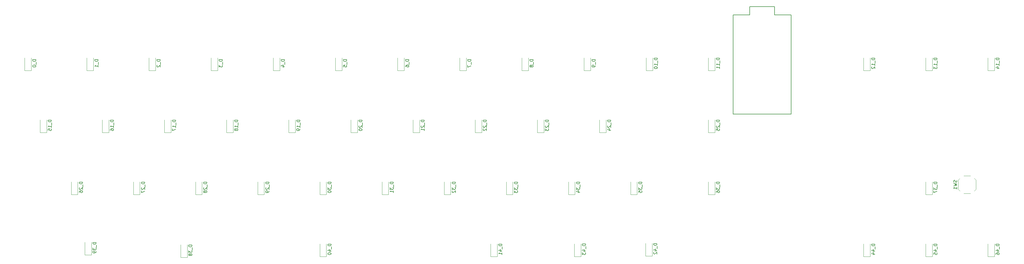
<source format=gbr>
G04 #@! TF.GenerationSoftware,KiCad,Pcbnew,(5.1.10)-1*
G04 #@! TF.CreationDate,2021-07-17T14:00:26+02:00*
G04 #@! TF.ProjectId,WheelBarrow Pro Micro,57686565-6c42-4617-9272-6f772050726f,rev?*
G04 #@! TF.SameCoordinates,Original*
G04 #@! TF.FileFunction,Legend,Bot*
G04 #@! TF.FilePolarity,Positive*
%FSLAX46Y46*%
G04 Gerber Fmt 4.6, Leading zero omitted, Abs format (unit mm)*
G04 Created by KiCad (PCBNEW (5.1.10)-1) date 2021-07-17 14:00:26*
%MOMM*%
%LPD*%
G01*
G04 APERTURE LIST*
%ADD10C,0.150000*%
%ADD11C,0.120000*%
G04 APERTURE END LIST*
D10*
X366318800Y-172466000D02*
X348538800Y-172466000D01*
X348538800Y-172466000D02*
X348538800Y-141986000D01*
X348538800Y-141986000D02*
X353618800Y-141986000D01*
X353618800Y-141986000D02*
X353618800Y-139446000D01*
X353618800Y-139446000D02*
X361238800Y-139446000D01*
X361238800Y-139446000D02*
X361238800Y-141986000D01*
X361238800Y-141986000D02*
X366318800Y-141986000D01*
X366318800Y-141986000D02*
X366318800Y-172466000D01*
D11*
X422963000Y-195633000D02*
X422473000Y-196123000D01*
X422963000Y-192733000D02*
X422963000Y-195633000D01*
X422963000Y-192733000D02*
X422473000Y-192243000D01*
X417523000Y-192733000D02*
X417523000Y-195633000D01*
X417523000Y-192733000D02*
X418013000Y-192243000D01*
X421283000Y-196903000D02*
X419203000Y-196903000D01*
X417523000Y-195633000D02*
X418013000Y-196123000D01*
X421283000Y-191463000D02*
X419203000Y-191463000D01*
X133350000Y-159118750D02*
X131350000Y-159118750D01*
X131350000Y-159118750D02*
X131350000Y-155218750D01*
X133350000Y-159118750D02*
X133350000Y-155218750D01*
X152400000Y-159118750D02*
X150400000Y-159118750D01*
X150400000Y-159118750D02*
X150400000Y-155218750D01*
X152400000Y-159118750D02*
X152400000Y-155218750D01*
X171450000Y-159118750D02*
X169450000Y-159118750D01*
X169450000Y-159118750D02*
X169450000Y-155218750D01*
X171450000Y-159118750D02*
X171450000Y-155218750D01*
X190500000Y-159118750D02*
X188500000Y-159118750D01*
X188500000Y-159118750D02*
X188500000Y-155218750D01*
X190500000Y-159118750D02*
X190500000Y-155218750D01*
X209550000Y-159118750D02*
X207550000Y-159118750D01*
X207550000Y-159118750D02*
X207550000Y-155218750D01*
X209550000Y-159118750D02*
X209550000Y-155218750D01*
X228600000Y-159118750D02*
X226600000Y-159118750D01*
X226600000Y-159118750D02*
X226600000Y-155218750D01*
X228600000Y-159118750D02*
X228600000Y-155218750D01*
X247650000Y-159118750D02*
X245650000Y-159118750D01*
X245650000Y-159118750D02*
X245650000Y-155218750D01*
X247650000Y-159118750D02*
X247650000Y-155218750D01*
X266700000Y-159118750D02*
X264700000Y-159118750D01*
X264700000Y-159118750D02*
X264700000Y-155218750D01*
X266700000Y-159118750D02*
X266700000Y-155218750D01*
X285750000Y-159118750D02*
X283750000Y-159118750D01*
X283750000Y-159118750D02*
X283750000Y-155218750D01*
X285750000Y-159118750D02*
X285750000Y-155218750D01*
X304800000Y-159118750D02*
X302800000Y-159118750D01*
X302800000Y-159118750D02*
X302800000Y-155218750D01*
X304800000Y-159118750D02*
X304800000Y-155218750D01*
X323850000Y-159118750D02*
X321850000Y-159118750D01*
X321850000Y-159118750D02*
X321850000Y-155218750D01*
X323850000Y-159118750D02*
X323850000Y-155218750D01*
X342900000Y-159118750D02*
X340900000Y-159118750D01*
X340900000Y-159118750D02*
X340900000Y-155218750D01*
X342900000Y-159118750D02*
X342900000Y-155218750D01*
X390525000Y-159118750D02*
X388525000Y-159118750D01*
X388525000Y-159118750D02*
X388525000Y-155218750D01*
X390525000Y-159118750D02*
X390525000Y-155218750D01*
X409575000Y-159118750D02*
X407575000Y-159118750D01*
X407575000Y-159118750D02*
X407575000Y-155218750D01*
X409575000Y-159118750D02*
X409575000Y-155218750D01*
X428625000Y-159118750D02*
X426625000Y-159118750D01*
X426625000Y-159118750D02*
X426625000Y-155218750D01*
X428625000Y-159118750D02*
X428625000Y-155218750D01*
X138112500Y-178168750D02*
X136112500Y-178168750D01*
X136112500Y-178168750D02*
X136112500Y-174268750D01*
X138112500Y-178168750D02*
X138112500Y-174268750D01*
X157162500Y-178168750D02*
X155162500Y-178168750D01*
X155162500Y-178168750D02*
X155162500Y-174268750D01*
X157162500Y-178168750D02*
X157162500Y-174268750D01*
X176212500Y-178168750D02*
X174212500Y-178168750D01*
X174212500Y-178168750D02*
X174212500Y-174268750D01*
X176212500Y-178168750D02*
X176212500Y-174268750D01*
X195262500Y-178168750D02*
X193262500Y-178168750D01*
X193262500Y-178168750D02*
X193262500Y-174268750D01*
X195262500Y-178168750D02*
X195262500Y-174268750D01*
X214312500Y-178168750D02*
X212312500Y-178168750D01*
X212312500Y-178168750D02*
X212312500Y-174268750D01*
X214312500Y-178168750D02*
X214312500Y-174268750D01*
X233362500Y-178168750D02*
X231362500Y-178168750D01*
X231362500Y-178168750D02*
X231362500Y-174268750D01*
X233362500Y-178168750D02*
X233362500Y-174268750D01*
X252412500Y-178168750D02*
X250412500Y-178168750D01*
X250412500Y-178168750D02*
X250412500Y-174268750D01*
X252412500Y-178168750D02*
X252412500Y-174268750D01*
X271462500Y-178168750D02*
X269462500Y-178168750D01*
X269462500Y-178168750D02*
X269462500Y-174268750D01*
X271462500Y-178168750D02*
X271462500Y-174268750D01*
X290512500Y-178168750D02*
X288512500Y-178168750D01*
X288512500Y-178168750D02*
X288512500Y-174268750D01*
X290512500Y-178168750D02*
X290512500Y-174268750D01*
X309562500Y-178168750D02*
X307562500Y-178168750D01*
X307562500Y-178168750D02*
X307562500Y-174268750D01*
X309562500Y-178168750D02*
X309562500Y-174268750D01*
X342900000Y-178168750D02*
X340900000Y-178168750D01*
X340900000Y-178168750D02*
X340900000Y-174268750D01*
X342900000Y-178168750D02*
X342900000Y-174268750D01*
X147637500Y-197218750D02*
X145637500Y-197218750D01*
X145637500Y-197218750D02*
X145637500Y-193318750D01*
X147637500Y-197218750D02*
X147637500Y-193318750D01*
X166687500Y-197218750D02*
X164687500Y-197218750D01*
X164687500Y-197218750D02*
X164687500Y-193318750D01*
X166687500Y-197218750D02*
X166687500Y-193318750D01*
X185737500Y-197218750D02*
X183737500Y-197218750D01*
X183737500Y-197218750D02*
X183737500Y-193318750D01*
X185737500Y-197218750D02*
X185737500Y-193318750D01*
X204787500Y-197218750D02*
X202787500Y-197218750D01*
X202787500Y-197218750D02*
X202787500Y-193318750D01*
X204787500Y-197218750D02*
X204787500Y-193318750D01*
X223837500Y-197218750D02*
X221837500Y-197218750D01*
X221837500Y-197218750D02*
X221837500Y-193318750D01*
X223837500Y-197218750D02*
X223837500Y-193318750D01*
X242887500Y-197218750D02*
X240887500Y-197218750D01*
X240887500Y-197218750D02*
X240887500Y-193318750D01*
X242887500Y-197218750D02*
X242887500Y-193318750D01*
X261937500Y-197218750D02*
X259937500Y-197218750D01*
X259937500Y-197218750D02*
X259937500Y-193318750D01*
X261937500Y-197218750D02*
X261937500Y-193318750D01*
X280987500Y-197218750D02*
X278987500Y-197218750D01*
X278987500Y-197218750D02*
X278987500Y-193318750D01*
X280987500Y-197218750D02*
X280987500Y-193318750D01*
X300037500Y-197218750D02*
X298037500Y-197218750D01*
X298037500Y-197218750D02*
X298037500Y-193318750D01*
X300037500Y-197218750D02*
X300037500Y-193318750D01*
X319087500Y-197218750D02*
X317087500Y-197218750D01*
X317087500Y-197218750D02*
X317087500Y-193318750D01*
X319087500Y-197218750D02*
X319087500Y-193318750D01*
X342900000Y-197218750D02*
X340900000Y-197218750D01*
X340900000Y-197218750D02*
X340900000Y-193318750D01*
X342900000Y-197218750D02*
X342900000Y-193318750D01*
X409575000Y-197218750D02*
X407575000Y-197218750D01*
X407575000Y-197218750D02*
X407575000Y-193318750D01*
X409575000Y-197218750D02*
X409575000Y-193318750D01*
X181181250Y-216562500D02*
X179181250Y-216562500D01*
X179181250Y-216562500D02*
X179181250Y-212662500D01*
X181181250Y-216562500D02*
X181181250Y-212662500D01*
X151812500Y-215768750D02*
X149812500Y-215768750D01*
X149812500Y-215768750D02*
X149812500Y-211868750D01*
X151812500Y-215768750D02*
X151812500Y-211868750D01*
X223837500Y-216268750D02*
X221837500Y-216268750D01*
X221837500Y-216268750D02*
X221837500Y-212368750D01*
X223837500Y-216268750D02*
X223837500Y-212368750D01*
X276225000Y-216268750D02*
X274225000Y-216268750D01*
X274225000Y-216268750D02*
X274225000Y-212368750D01*
X276225000Y-216268750D02*
X276225000Y-212368750D01*
X323707000Y-216118000D02*
X321707000Y-216118000D01*
X321707000Y-216118000D02*
X321707000Y-212218000D01*
X323707000Y-216118000D02*
X323707000Y-212218000D01*
X301831250Y-216245000D02*
X299831250Y-216245000D01*
X299831250Y-216245000D02*
X299831250Y-212345000D01*
X301831250Y-216245000D02*
X301831250Y-212345000D01*
X390525000Y-216268750D02*
X388525000Y-216268750D01*
X388525000Y-216268750D02*
X388525000Y-212368750D01*
X390525000Y-216268750D02*
X390525000Y-212368750D01*
X409575000Y-216268750D02*
X407575000Y-216268750D01*
X407575000Y-216268750D02*
X407575000Y-212368750D01*
X409575000Y-216268750D02*
X409575000Y-212368750D01*
X428625000Y-216268750D02*
X426625000Y-216268750D01*
X426625000Y-216268750D02*
X426625000Y-212368750D01*
X428625000Y-216268750D02*
X428625000Y-212368750D01*
D10*
X417047761Y-192849666D02*
X417095380Y-192992523D01*
X417095380Y-193230619D01*
X417047761Y-193325857D01*
X417000142Y-193373476D01*
X416904904Y-193421095D01*
X416809666Y-193421095D01*
X416714428Y-193373476D01*
X416666809Y-193325857D01*
X416619190Y-193230619D01*
X416571571Y-193040142D01*
X416523952Y-192944904D01*
X416476333Y-192897285D01*
X416381095Y-192849666D01*
X416285857Y-192849666D01*
X416190619Y-192897285D01*
X416143000Y-192944904D01*
X416095380Y-193040142D01*
X416095380Y-193278238D01*
X416143000Y-193421095D01*
X416095380Y-193754428D02*
X417095380Y-193992523D01*
X416381095Y-194183000D01*
X417095380Y-194373476D01*
X416095380Y-194611571D01*
X417095380Y-195516333D02*
X417095380Y-194944904D01*
X417095380Y-195230619D02*
X416095380Y-195230619D01*
X416238238Y-195135380D01*
X416333476Y-195040142D01*
X416381095Y-194944904D01*
X134802380Y-155749702D02*
X133802380Y-155749702D01*
X133802380Y-155987797D01*
X133850000Y-156130654D01*
X133945238Y-156225892D01*
X134040476Y-156273511D01*
X134230952Y-156321130D01*
X134373809Y-156321130D01*
X134564285Y-156273511D01*
X134659523Y-156225892D01*
X134754761Y-156130654D01*
X134802380Y-155987797D01*
X134802380Y-155749702D01*
X134897619Y-156511607D02*
X134897619Y-157273511D01*
X133802380Y-157702083D02*
X133802380Y-157797321D01*
X133850000Y-157892559D01*
X133897619Y-157940178D01*
X133992857Y-157987797D01*
X134183333Y-158035416D01*
X134421428Y-158035416D01*
X134611904Y-157987797D01*
X134707142Y-157940178D01*
X134754761Y-157892559D01*
X134802380Y-157797321D01*
X134802380Y-157702083D01*
X134754761Y-157606845D01*
X134707142Y-157559226D01*
X134611904Y-157511607D01*
X134421428Y-157463988D01*
X134183333Y-157463988D01*
X133992857Y-157511607D01*
X133897619Y-157559226D01*
X133850000Y-157606845D01*
X133802380Y-157702083D01*
X153852380Y-155749702D02*
X152852380Y-155749702D01*
X152852380Y-155987797D01*
X152900000Y-156130654D01*
X152995238Y-156225892D01*
X153090476Y-156273511D01*
X153280952Y-156321130D01*
X153423809Y-156321130D01*
X153614285Y-156273511D01*
X153709523Y-156225892D01*
X153804761Y-156130654D01*
X153852380Y-155987797D01*
X153852380Y-155749702D01*
X153947619Y-156511607D02*
X153947619Y-157273511D01*
X153852380Y-158035416D02*
X153852380Y-157463988D01*
X153852380Y-157749702D02*
X152852380Y-157749702D01*
X152995238Y-157654464D01*
X153090476Y-157559226D01*
X153138095Y-157463988D01*
X172902380Y-155749702D02*
X171902380Y-155749702D01*
X171902380Y-155987797D01*
X171950000Y-156130654D01*
X172045238Y-156225892D01*
X172140476Y-156273511D01*
X172330952Y-156321130D01*
X172473809Y-156321130D01*
X172664285Y-156273511D01*
X172759523Y-156225892D01*
X172854761Y-156130654D01*
X172902380Y-155987797D01*
X172902380Y-155749702D01*
X172997619Y-156511607D02*
X172997619Y-157273511D01*
X171997619Y-157463988D02*
X171950000Y-157511607D01*
X171902380Y-157606845D01*
X171902380Y-157844940D01*
X171950000Y-157940178D01*
X171997619Y-157987797D01*
X172092857Y-158035416D01*
X172188095Y-158035416D01*
X172330952Y-157987797D01*
X172902380Y-157416369D01*
X172902380Y-158035416D01*
X191952380Y-155749702D02*
X190952380Y-155749702D01*
X190952380Y-155987797D01*
X191000000Y-156130654D01*
X191095238Y-156225892D01*
X191190476Y-156273511D01*
X191380952Y-156321130D01*
X191523809Y-156321130D01*
X191714285Y-156273511D01*
X191809523Y-156225892D01*
X191904761Y-156130654D01*
X191952380Y-155987797D01*
X191952380Y-155749702D01*
X192047619Y-156511607D02*
X192047619Y-157273511D01*
X190952380Y-157416369D02*
X190952380Y-158035416D01*
X191333333Y-157702083D01*
X191333333Y-157844940D01*
X191380952Y-157940178D01*
X191428571Y-157987797D01*
X191523809Y-158035416D01*
X191761904Y-158035416D01*
X191857142Y-157987797D01*
X191904761Y-157940178D01*
X191952380Y-157844940D01*
X191952380Y-157559226D01*
X191904761Y-157463988D01*
X191857142Y-157416369D01*
X211002380Y-155749702D02*
X210002380Y-155749702D01*
X210002380Y-155987797D01*
X210050000Y-156130654D01*
X210145238Y-156225892D01*
X210240476Y-156273511D01*
X210430952Y-156321130D01*
X210573809Y-156321130D01*
X210764285Y-156273511D01*
X210859523Y-156225892D01*
X210954761Y-156130654D01*
X211002380Y-155987797D01*
X211002380Y-155749702D01*
X211097619Y-156511607D02*
X211097619Y-157273511D01*
X210335714Y-157940178D02*
X211002380Y-157940178D01*
X209954761Y-157702083D02*
X210669047Y-157463988D01*
X210669047Y-158083035D01*
X230052380Y-155749702D02*
X229052380Y-155749702D01*
X229052380Y-155987797D01*
X229100000Y-156130654D01*
X229195238Y-156225892D01*
X229290476Y-156273511D01*
X229480952Y-156321130D01*
X229623809Y-156321130D01*
X229814285Y-156273511D01*
X229909523Y-156225892D01*
X230004761Y-156130654D01*
X230052380Y-155987797D01*
X230052380Y-155749702D01*
X230147619Y-156511607D02*
X230147619Y-157273511D01*
X229052380Y-157987797D02*
X229052380Y-157511607D01*
X229528571Y-157463988D01*
X229480952Y-157511607D01*
X229433333Y-157606845D01*
X229433333Y-157844940D01*
X229480952Y-157940178D01*
X229528571Y-157987797D01*
X229623809Y-158035416D01*
X229861904Y-158035416D01*
X229957142Y-157987797D01*
X230004761Y-157940178D01*
X230052380Y-157844940D01*
X230052380Y-157606845D01*
X230004761Y-157511607D01*
X229957142Y-157463988D01*
X249102380Y-155749702D02*
X248102380Y-155749702D01*
X248102380Y-155987797D01*
X248150000Y-156130654D01*
X248245238Y-156225892D01*
X248340476Y-156273511D01*
X248530952Y-156321130D01*
X248673809Y-156321130D01*
X248864285Y-156273511D01*
X248959523Y-156225892D01*
X249054761Y-156130654D01*
X249102380Y-155987797D01*
X249102380Y-155749702D01*
X249197619Y-156511607D02*
X249197619Y-157273511D01*
X248102380Y-157940178D02*
X248102380Y-157749702D01*
X248150000Y-157654464D01*
X248197619Y-157606845D01*
X248340476Y-157511607D01*
X248530952Y-157463988D01*
X248911904Y-157463988D01*
X249007142Y-157511607D01*
X249054761Y-157559226D01*
X249102380Y-157654464D01*
X249102380Y-157844940D01*
X249054761Y-157940178D01*
X249007142Y-157987797D01*
X248911904Y-158035416D01*
X248673809Y-158035416D01*
X248578571Y-157987797D01*
X248530952Y-157940178D01*
X248483333Y-157844940D01*
X248483333Y-157654464D01*
X248530952Y-157559226D01*
X248578571Y-157511607D01*
X248673809Y-157463988D01*
X268152380Y-155749702D02*
X267152380Y-155749702D01*
X267152380Y-155987797D01*
X267200000Y-156130654D01*
X267295238Y-156225892D01*
X267390476Y-156273511D01*
X267580952Y-156321130D01*
X267723809Y-156321130D01*
X267914285Y-156273511D01*
X268009523Y-156225892D01*
X268104761Y-156130654D01*
X268152380Y-155987797D01*
X268152380Y-155749702D01*
X268247619Y-156511607D02*
X268247619Y-157273511D01*
X267152380Y-157416369D02*
X267152380Y-158083035D01*
X268152380Y-157654464D01*
X287202380Y-155749702D02*
X286202380Y-155749702D01*
X286202380Y-155987797D01*
X286250000Y-156130654D01*
X286345238Y-156225892D01*
X286440476Y-156273511D01*
X286630952Y-156321130D01*
X286773809Y-156321130D01*
X286964285Y-156273511D01*
X287059523Y-156225892D01*
X287154761Y-156130654D01*
X287202380Y-155987797D01*
X287202380Y-155749702D01*
X287297619Y-156511607D02*
X287297619Y-157273511D01*
X286630952Y-157654464D02*
X286583333Y-157559226D01*
X286535714Y-157511607D01*
X286440476Y-157463988D01*
X286392857Y-157463988D01*
X286297619Y-157511607D01*
X286250000Y-157559226D01*
X286202380Y-157654464D01*
X286202380Y-157844940D01*
X286250000Y-157940178D01*
X286297619Y-157987797D01*
X286392857Y-158035416D01*
X286440476Y-158035416D01*
X286535714Y-157987797D01*
X286583333Y-157940178D01*
X286630952Y-157844940D01*
X286630952Y-157654464D01*
X286678571Y-157559226D01*
X286726190Y-157511607D01*
X286821428Y-157463988D01*
X287011904Y-157463988D01*
X287107142Y-157511607D01*
X287154761Y-157559226D01*
X287202380Y-157654464D01*
X287202380Y-157844940D01*
X287154761Y-157940178D01*
X287107142Y-157987797D01*
X287011904Y-158035416D01*
X286821428Y-158035416D01*
X286726190Y-157987797D01*
X286678571Y-157940178D01*
X286630952Y-157844940D01*
X306252380Y-155749702D02*
X305252380Y-155749702D01*
X305252380Y-155987797D01*
X305300000Y-156130654D01*
X305395238Y-156225892D01*
X305490476Y-156273511D01*
X305680952Y-156321130D01*
X305823809Y-156321130D01*
X306014285Y-156273511D01*
X306109523Y-156225892D01*
X306204761Y-156130654D01*
X306252380Y-155987797D01*
X306252380Y-155749702D01*
X306347619Y-156511607D02*
X306347619Y-157273511D01*
X306252380Y-157559226D02*
X306252380Y-157749702D01*
X306204761Y-157844940D01*
X306157142Y-157892559D01*
X306014285Y-157987797D01*
X305823809Y-158035416D01*
X305442857Y-158035416D01*
X305347619Y-157987797D01*
X305300000Y-157940178D01*
X305252380Y-157844940D01*
X305252380Y-157654464D01*
X305300000Y-157559226D01*
X305347619Y-157511607D01*
X305442857Y-157463988D01*
X305680952Y-157463988D01*
X305776190Y-157511607D01*
X305823809Y-157559226D01*
X305871428Y-157654464D01*
X305871428Y-157844940D01*
X305823809Y-157940178D01*
X305776190Y-157987797D01*
X305680952Y-158035416D01*
X325302380Y-155273511D02*
X324302380Y-155273511D01*
X324302380Y-155511607D01*
X324350000Y-155654464D01*
X324445238Y-155749702D01*
X324540476Y-155797321D01*
X324730952Y-155844940D01*
X324873809Y-155844940D01*
X325064285Y-155797321D01*
X325159523Y-155749702D01*
X325254761Y-155654464D01*
X325302380Y-155511607D01*
X325302380Y-155273511D01*
X325397619Y-156035416D02*
X325397619Y-156797321D01*
X325302380Y-157559226D02*
X325302380Y-156987797D01*
X325302380Y-157273511D02*
X324302380Y-157273511D01*
X324445238Y-157178273D01*
X324540476Y-157083035D01*
X324588095Y-156987797D01*
X324302380Y-158178273D02*
X324302380Y-158273511D01*
X324350000Y-158368750D01*
X324397619Y-158416369D01*
X324492857Y-158463988D01*
X324683333Y-158511607D01*
X324921428Y-158511607D01*
X325111904Y-158463988D01*
X325207142Y-158416369D01*
X325254761Y-158368750D01*
X325302380Y-158273511D01*
X325302380Y-158178273D01*
X325254761Y-158083035D01*
X325207142Y-158035416D01*
X325111904Y-157987797D01*
X324921428Y-157940178D01*
X324683333Y-157940178D01*
X324492857Y-157987797D01*
X324397619Y-158035416D01*
X324350000Y-158083035D01*
X324302380Y-158178273D01*
X344352380Y-155273511D02*
X343352380Y-155273511D01*
X343352380Y-155511607D01*
X343400000Y-155654464D01*
X343495238Y-155749702D01*
X343590476Y-155797321D01*
X343780952Y-155844940D01*
X343923809Y-155844940D01*
X344114285Y-155797321D01*
X344209523Y-155749702D01*
X344304761Y-155654464D01*
X344352380Y-155511607D01*
X344352380Y-155273511D01*
X344447619Y-156035416D02*
X344447619Y-156797321D01*
X344352380Y-157559226D02*
X344352380Y-156987797D01*
X344352380Y-157273511D02*
X343352380Y-157273511D01*
X343495238Y-157178273D01*
X343590476Y-157083035D01*
X343638095Y-156987797D01*
X344352380Y-158511607D02*
X344352380Y-157940178D01*
X344352380Y-158225892D02*
X343352380Y-158225892D01*
X343495238Y-158130654D01*
X343590476Y-158035416D01*
X343638095Y-157940178D01*
X391977380Y-155273511D02*
X390977380Y-155273511D01*
X390977380Y-155511607D01*
X391025000Y-155654464D01*
X391120238Y-155749702D01*
X391215476Y-155797321D01*
X391405952Y-155844940D01*
X391548809Y-155844940D01*
X391739285Y-155797321D01*
X391834523Y-155749702D01*
X391929761Y-155654464D01*
X391977380Y-155511607D01*
X391977380Y-155273511D01*
X392072619Y-156035416D02*
X392072619Y-156797321D01*
X391977380Y-157559226D02*
X391977380Y-156987797D01*
X391977380Y-157273511D02*
X390977380Y-157273511D01*
X391120238Y-157178273D01*
X391215476Y-157083035D01*
X391263095Y-156987797D01*
X391072619Y-157940178D02*
X391025000Y-157987797D01*
X390977380Y-158083035D01*
X390977380Y-158321130D01*
X391025000Y-158416369D01*
X391072619Y-158463988D01*
X391167857Y-158511607D01*
X391263095Y-158511607D01*
X391405952Y-158463988D01*
X391977380Y-157892559D01*
X391977380Y-158511607D01*
X411027380Y-155273511D02*
X410027380Y-155273511D01*
X410027380Y-155511607D01*
X410075000Y-155654464D01*
X410170238Y-155749702D01*
X410265476Y-155797321D01*
X410455952Y-155844940D01*
X410598809Y-155844940D01*
X410789285Y-155797321D01*
X410884523Y-155749702D01*
X410979761Y-155654464D01*
X411027380Y-155511607D01*
X411027380Y-155273511D01*
X411122619Y-156035416D02*
X411122619Y-156797321D01*
X411027380Y-157559226D02*
X411027380Y-156987797D01*
X411027380Y-157273511D02*
X410027380Y-157273511D01*
X410170238Y-157178273D01*
X410265476Y-157083035D01*
X410313095Y-156987797D01*
X410027380Y-157892559D02*
X410027380Y-158511607D01*
X410408333Y-158178273D01*
X410408333Y-158321130D01*
X410455952Y-158416369D01*
X410503571Y-158463988D01*
X410598809Y-158511607D01*
X410836904Y-158511607D01*
X410932142Y-158463988D01*
X410979761Y-158416369D01*
X411027380Y-158321130D01*
X411027380Y-158035416D01*
X410979761Y-157940178D01*
X410932142Y-157892559D01*
X430077380Y-155273511D02*
X429077380Y-155273511D01*
X429077380Y-155511607D01*
X429125000Y-155654464D01*
X429220238Y-155749702D01*
X429315476Y-155797321D01*
X429505952Y-155844940D01*
X429648809Y-155844940D01*
X429839285Y-155797321D01*
X429934523Y-155749702D01*
X430029761Y-155654464D01*
X430077380Y-155511607D01*
X430077380Y-155273511D01*
X430172619Y-156035416D02*
X430172619Y-156797321D01*
X430077380Y-157559226D02*
X430077380Y-156987797D01*
X430077380Y-157273511D02*
X429077380Y-157273511D01*
X429220238Y-157178273D01*
X429315476Y-157083035D01*
X429363095Y-156987797D01*
X429410714Y-158416369D02*
X430077380Y-158416369D01*
X429029761Y-158178273D02*
X429744047Y-157940178D01*
X429744047Y-158559226D01*
X139564880Y-174323511D02*
X138564880Y-174323511D01*
X138564880Y-174561607D01*
X138612500Y-174704464D01*
X138707738Y-174799702D01*
X138802976Y-174847321D01*
X138993452Y-174894940D01*
X139136309Y-174894940D01*
X139326785Y-174847321D01*
X139422023Y-174799702D01*
X139517261Y-174704464D01*
X139564880Y-174561607D01*
X139564880Y-174323511D01*
X139660119Y-175085416D02*
X139660119Y-175847321D01*
X139564880Y-176609226D02*
X139564880Y-176037797D01*
X139564880Y-176323511D02*
X138564880Y-176323511D01*
X138707738Y-176228273D01*
X138802976Y-176133035D01*
X138850595Y-176037797D01*
X138564880Y-177513988D02*
X138564880Y-177037797D01*
X139041071Y-176990178D01*
X138993452Y-177037797D01*
X138945833Y-177133035D01*
X138945833Y-177371130D01*
X138993452Y-177466369D01*
X139041071Y-177513988D01*
X139136309Y-177561607D01*
X139374404Y-177561607D01*
X139469642Y-177513988D01*
X139517261Y-177466369D01*
X139564880Y-177371130D01*
X139564880Y-177133035D01*
X139517261Y-177037797D01*
X139469642Y-176990178D01*
X158614880Y-174323511D02*
X157614880Y-174323511D01*
X157614880Y-174561607D01*
X157662500Y-174704464D01*
X157757738Y-174799702D01*
X157852976Y-174847321D01*
X158043452Y-174894940D01*
X158186309Y-174894940D01*
X158376785Y-174847321D01*
X158472023Y-174799702D01*
X158567261Y-174704464D01*
X158614880Y-174561607D01*
X158614880Y-174323511D01*
X158710119Y-175085416D02*
X158710119Y-175847321D01*
X158614880Y-176609226D02*
X158614880Y-176037797D01*
X158614880Y-176323511D02*
X157614880Y-176323511D01*
X157757738Y-176228273D01*
X157852976Y-176133035D01*
X157900595Y-176037797D01*
X157614880Y-177466369D02*
X157614880Y-177275892D01*
X157662500Y-177180654D01*
X157710119Y-177133035D01*
X157852976Y-177037797D01*
X158043452Y-176990178D01*
X158424404Y-176990178D01*
X158519642Y-177037797D01*
X158567261Y-177085416D01*
X158614880Y-177180654D01*
X158614880Y-177371130D01*
X158567261Y-177466369D01*
X158519642Y-177513988D01*
X158424404Y-177561607D01*
X158186309Y-177561607D01*
X158091071Y-177513988D01*
X158043452Y-177466369D01*
X157995833Y-177371130D01*
X157995833Y-177180654D01*
X158043452Y-177085416D01*
X158091071Y-177037797D01*
X158186309Y-176990178D01*
X177664880Y-174323511D02*
X176664880Y-174323511D01*
X176664880Y-174561607D01*
X176712500Y-174704464D01*
X176807738Y-174799702D01*
X176902976Y-174847321D01*
X177093452Y-174894940D01*
X177236309Y-174894940D01*
X177426785Y-174847321D01*
X177522023Y-174799702D01*
X177617261Y-174704464D01*
X177664880Y-174561607D01*
X177664880Y-174323511D01*
X177760119Y-175085416D02*
X177760119Y-175847321D01*
X177664880Y-176609226D02*
X177664880Y-176037797D01*
X177664880Y-176323511D02*
X176664880Y-176323511D01*
X176807738Y-176228273D01*
X176902976Y-176133035D01*
X176950595Y-176037797D01*
X176664880Y-176942559D02*
X176664880Y-177609226D01*
X177664880Y-177180654D01*
X196714880Y-174323511D02*
X195714880Y-174323511D01*
X195714880Y-174561607D01*
X195762500Y-174704464D01*
X195857738Y-174799702D01*
X195952976Y-174847321D01*
X196143452Y-174894940D01*
X196286309Y-174894940D01*
X196476785Y-174847321D01*
X196572023Y-174799702D01*
X196667261Y-174704464D01*
X196714880Y-174561607D01*
X196714880Y-174323511D01*
X196810119Y-175085416D02*
X196810119Y-175847321D01*
X196714880Y-176609226D02*
X196714880Y-176037797D01*
X196714880Y-176323511D02*
X195714880Y-176323511D01*
X195857738Y-176228273D01*
X195952976Y-176133035D01*
X196000595Y-176037797D01*
X196143452Y-177180654D02*
X196095833Y-177085416D01*
X196048214Y-177037797D01*
X195952976Y-176990178D01*
X195905357Y-176990178D01*
X195810119Y-177037797D01*
X195762500Y-177085416D01*
X195714880Y-177180654D01*
X195714880Y-177371130D01*
X195762500Y-177466369D01*
X195810119Y-177513988D01*
X195905357Y-177561607D01*
X195952976Y-177561607D01*
X196048214Y-177513988D01*
X196095833Y-177466369D01*
X196143452Y-177371130D01*
X196143452Y-177180654D01*
X196191071Y-177085416D01*
X196238690Y-177037797D01*
X196333928Y-176990178D01*
X196524404Y-176990178D01*
X196619642Y-177037797D01*
X196667261Y-177085416D01*
X196714880Y-177180654D01*
X196714880Y-177371130D01*
X196667261Y-177466369D01*
X196619642Y-177513988D01*
X196524404Y-177561607D01*
X196333928Y-177561607D01*
X196238690Y-177513988D01*
X196191071Y-177466369D01*
X196143452Y-177371130D01*
X215764880Y-174323511D02*
X214764880Y-174323511D01*
X214764880Y-174561607D01*
X214812500Y-174704464D01*
X214907738Y-174799702D01*
X215002976Y-174847321D01*
X215193452Y-174894940D01*
X215336309Y-174894940D01*
X215526785Y-174847321D01*
X215622023Y-174799702D01*
X215717261Y-174704464D01*
X215764880Y-174561607D01*
X215764880Y-174323511D01*
X215860119Y-175085416D02*
X215860119Y-175847321D01*
X215764880Y-176609226D02*
X215764880Y-176037797D01*
X215764880Y-176323511D02*
X214764880Y-176323511D01*
X214907738Y-176228273D01*
X215002976Y-176133035D01*
X215050595Y-176037797D01*
X215764880Y-177085416D02*
X215764880Y-177275892D01*
X215717261Y-177371130D01*
X215669642Y-177418750D01*
X215526785Y-177513988D01*
X215336309Y-177561607D01*
X214955357Y-177561607D01*
X214860119Y-177513988D01*
X214812500Y-177466369D01*
X214764880Y-177371130D01*
X214764880Y-177180654D01*
X214812500Y-177085416D01*
X214860119Y-177037797D01*
X214955357Y-176990178D01*
X215193452Y-176990178D01*
X215288690Y-177037797D01*
X215336309Y-177085416D01*
X215383928Y-177180654D01*
X215383928Y-177371130D01*
X215336309Y-177466369D01*
X215288690Y-177513988D01*
X215193452Y-177561607D01*
X234814880Y-174323511D02*
X233814880Y-174323511D01*
X233814880Y-174561607D01*
X233862500Y-174704464D01*
X233957738Y-174799702D01*
X234052976Y-174847321D01*
X234243452Y-174894940D01*
X234386309Y-174894940D01*
X234576785Y-174847321D01*
X234672023Y-174799702D01*
X234767261Y-174704464D01*
X234814880Y-174561607D01*
X234814880Y-174323511D01*
X234910119Y-175085416D02*
X234910119Y-175847321D01*
X233910119Y-176037797D02*
X233862500Y-176085416D01*
X233814880Y-176180654D01*
X233814880Y-176418750D01*
X233862500Y-176513988D01*
X233910119Y-176561607D01*
X234005357Y-176609226D01*
X234100595Y-176609226D01*
X234243452Y-176561607D01*
X234814880Y-175990178D01*
X234814880Y-176609226D01*
X233814880Y-177228273D02*
X233814880Y-177323511D01*
X233862500Y-177418750D01*
X233910119Y-177466369D01*
X234005357Y-177513988D01*
X234195833Y-177561607D01*
X234433928Y-177561607D01*
X234624404Y-177513988D01*
X234719642Y-177466369D01*
X234767261Y-177418750D01*
X234814880Y-177323511D01*
X234814880Y-177228273D01*
X234767261Y-177133035D01*
X234719642Y-177085416D01*
X234624404Y-177037797D01*
X234433928Y-176990178D01*
X234195833Y-176990178D01*
X234005357Y-177037797D01*
X233910119Y-177085416D01*
X233862500Y-177133035D01*
X233814880Y-177228273D01*
X253864880Y-174323511D02*
X252864880Y-174323511D01*
X252864880Y-174561607D01*
X252912500Y-174704464D01*
X253007738Y-174799702D01*
X253102976Y-174847321D01*
X253293452Y-174894940D01*
X253436309Y-174894940D01*
X253626785Y-174847321D01*
X253722023Y-174799702D01*
X253817261Y-174704464D01*
X253864880Y-174561607D01*
X253864880Y-174323511D01*
X253960119Y-175085416D02*
X253960119Y-175847321D01*
X252960119Y-176037797D02*
X252912500Y-176085416D01*
X252864880Y-176180654D01*
X252864880Y-176418750D01*
X252912500Y-176513988D01*
X252960119Y-176561607D01*
X253055357Y-176609226D01*
X253150595Y-176609226D01*
X253293452Y-176561607D01*
X253864880Y-175990178D01*
X253864880Y-176609226D01*
X253864880Y-177561607D02*
X253864880Y-176990178D01*
X253864880Y-177275892D02*
X252864880Y-177275892D01*
X253007738Y-177180654D01*
X253102976Y-177085416D01*
X253150595Y-176990178D01*
X272914880Y-174323511D02*
X271914880Y-174323511D01*
X271914880Y-174561607D01*
X271962500Y-174704464D01*
X272057738Y-174799702D01*
X272152976Y-174847321D01*
X272343452Y-174894940D01*
X272486309Y-174894940D01*
X272676785Y-174847321D01*
X272772023Y-174799702D01*
X272867261Y-174704464D01*
X272914880Y-174561607D01*
X272914880Y-174323511D01*
X273010119Y-175085416D02*
X273010119Y-175847321D01*
X272010119Y-176037797D02*
X271962500Y-176085416D01*
X271914880Y-176180654D01*
X271914880Y-176418750D01*
X271962500Y-176513988D01*
X272010119Y-176561607D01*
X272105357Y-176609226D01*
X272200595Y-176609226D01*
X272343452Y-176561607D01*
X272914880Y-175990178D01*
X272914880Y-176609226D01*
X272010119Y-176990178D02*
X271962500Y-177037797D01*
X271914880Y-177133035D01*
X271914880Y-177371130D01*
X271962500Y-177466369D01*
X272010119Y-177513988D01*
X272105357Y-177561607D01*
X272200595Y-177561607D01*
X272343452Y-177513988D01*
X272914880Y-176942559D01*
X272914880Y-177561607D01*
X291964880Y-174323511D02*
X290964880Y-174323511D01*
X290964880Y-174561607D01*
X291012500Y-174704464D01*
X291107738Y-174799702D01*
X291202976Y-174847321D01*
X291393452Y-174894940D01*
X291536309Y-174894940D01*
X291726785Y-174847321D01*
X291822023Y-174799702D01*
X291917261Y-174704464D01*
X291964880Y-174561607D01*
X291964880Y-174323511D01*
X292060119Y-175085416D02*
X292060119Y-175847321D01*
X291060119Y-176037797D02*
X291012500Y-176085416D01*
X290964880Y-176180654D01*
X290964880Y-176418750D01*
X291012500Y-176513988D01*
X291060119Y-176561607D01*
X291155357Y-176609226D01*
X291250595Y-176609226D01*
X291393452Y-176561607D01*
X291964880Y-175990178D01*
X291964880Y-176609226D01*
X290964880Y-176942559D02*
X290964880Y-177561607D01*
X291345833Y-177228273D01*
X291345833Y-177371130D01*
X291393452Y-177466369D01*
X291441071Y-177513988D01*
X291536309Y-177561607D01*
X291774404Y-177561607D01*
X291869642Y-177513988D01*
X291917261Y-177466369D01*
X291964880Y-177371130D01*
X291964880Y-177085416D01*
X291917261Y-176990178D01*
X291869642Y-176942559D01*
X311014880Y-174323511D02*
X310014880Y-174323511D01*
X310014880Y-174561607D01*
X310062500Y-174704464D01*
X310157738Y-174799702D01*
X310252976Y-174847321D01*
X310443452Y-174894940D01*
X310586309Y-174894940D01*
X310776785Y-174847321D01*
X310872023Y-174799702D01*
X310967261Y-174704464D01*
X311014880Y-174561607D01*
X311014880Y-174323511D01*
X311110119Y-175085416D02*
X311110119Y-175847321D01*
X310110119Y-176037797D02*
X310062500Y-176085416D01*
X310014880Y-176180654D01*
X310014880Y-176418750D01*
X310062500Y-176513988D01*
X310110119Y-176561607D01*
X310205357Y-176609226D01*
X310300595Y-176609226D01*
X310443452Y-176561607D01*
X311014880Y-175990178D01*
X311014880Y-176609226D01*
X310348214Y-177466369D02*
X311014880Y-177466369D01*
X309967261Y-177228273D02*
X310681547Y-176990178D01*
X310681547Y-177609226D01*
X344352380Y-174323511D02*
X343352380Y-174323511D01*
X343352380Y-174561607D01*
X343400000Y-174704464D01*
X343495238Y-174799702D01*
X343590476Y-174847321D01*
X343780952Y-174894940D01*
X343923809Y-174894940D01*
X344114285Y-174847321D01*
X344209523Y-174799702D01*
X344304761Y-174704464D01*
X344352380Y-174561607D01*
X344352380Y-174323511D01*
X344447619Y-175085416D02*
X344447619Y-175847321D01*
X343447619Y-176037797D02*
X343400000Y-176085416D01*
X343352380Y-176180654D01*
X343352380Y-176418750D01*
X343400000Y-176513988D01*
X343447619Y-176561607D01*
X343542857Y-176609226D01*
X343638095Y-176609226D01*
X343780952Y-176561607D01*
X344352380Y-175990178D01*
X344352380Y-176609226D01*
X343352380Y-177513988D02*
X343352380Y-177037797D01*
X343828571Y-176990178D01*
X343780952Y-177037797D01*
X343733333Y-177133035D01*
X343733333Y-177371130D01*
X343780952Y-177466369D01*
X343828571Y-177513988D01*
X343923809Y-177561607D01*
X344161904Y-177561607D01*
X344257142Y-177513988D01*
X344304761Y-177466369D01*
X344352380Y-177371130D01*
X344352380Y-177133035D01*
X344304761Y-177037797D01*
X344257142Y-176990178D01*
X149089880Y-193373511D02*
X148089880Y-193373511D01*
X148089880Y-193611607D01*
X148137500Y-193754464D01*
X148232738Y-193849702D01*
X148327976Y-193897321D01*
X148518452Y-193944940D01*
X148661309Y-193944940D01*
X148851785Y-193897321D01*
X148947023Y-193849702D01*
X149042261Y-193754464D01*
X149089880Y-193611607D01*
X149089880Y-193373511D01*
X149185119Y-194135416D02*
X149185119Y-194897321D01*
X148185119Y-195087797D02*
X148137500Y-195135416D01*
X148089880Y-195230654D01*
X148089880Y-195468750D01*
X148137500Y-195563988D01*
X148185119Y-195611607D01*
X148280357Y-195659226D01*
X148375595Y-195659226D01*
X148518452Y-195611607D01*
X149089880Y-195040178D01*
X149089880Y-195659226D01*
X148089880Y-196516369D02*
X148089880Y-196325892D01*
X148137500Y-196230654D01*
X148185119Y-196183035D01*
X148327976Y-196087797D01*
X148518452Y-196040178D01*
X148899404Y-196040178D01*
X148994642Y-196087797D01*
X149042261Y-196135416D01*
X149089880Y-196230654D01*
X149089880Y-196421130D01*
X149042261Y-196516369D01*
X148994642Y-196563988D01*
X148899404Y-196611607D01*
X148661309Y-196611607D01*
X148566071Y-196563988D01*
X148518452Y-196516369D01*
X148470833Y-196421130D01*
X148470833Y-196230654D01*
X148518452Y-196135416D01*
X148566071Y-196087797D01*
X148661309Y-196040178D01*
X168139880Y-193373511D02*
X167139880Y-193373511D01*
X167139880Y-193611607D01*
X167187500Y-193754464D01*
X167282738Y-193849702D01*
X167377976Y-193897321D01*
X167568452Y-193944940D01*
X167711309Y-193944940D01*
X167901785Y-193897321D01*
X167997023Y-193849702D01*
X168092261Y-193754464D01*
X168139880Y-193611607D01*
X168139880Y-193373511D01*
X168235119Y-194135416D02*
X168235119Y-194897321D01*
X167235119Y-195087797D02*
X167187500Y-195135416D01*
X167139880Y-195230654D01*
X167139880Y-195468750D01*
X167187500Y-195563988D01*
X167235119Y-195611607D01*
X167330357Y-195659226D01*
X167425595Y-195659226D01*
X167568452Y-195611607D01*
X168139880Y-195040178D01*
X168139880Y-195659226D01*
X167139880Y-195992559D02*
X167139880Y-196659226D01*
X168139880Y-196230654D01*
X187189880Y-193373511D02*
X186189880Y-193373511D01*
X186189880Y-193611607D01*
X186237500Y-193754464D01*
X186332738Y-193849702D01*
X186427976Y-193897321D01*
X186618452Y-193944940D01*
X186761309Y-193944940D01*
X186951785Y-193897321D01*
X187047023Y-193849702D01*
X187142261Y-193754464D01*
X187189880Y-193611607D01*
X187189880Y-193373511D01*
X187285119Y-194135416D02*
X187285119Y-194897321D01*
X186285119Y-195087797D02*
X186237500Y-195135416D01*
X186189880Y-195230654D01*
X186189880Y-195468750D01*
X186237500Y-195563988D01*
X186285119Y-195611607D01*
X186380357Y-195659226D01*
X186475595Y-195659226D01*
X186618452Y-195611607D01*
X187189880Y-195040178D01*
X187189880Y-195659226D01*
X186618452Y-196230654D02*
X186570833Y-196135416D01*
X186523214Y-196087797D01*
X186427976Y-196040178D01*
X186380357Y-196040178D01*
X186285119Y-196087797D01*
X186237500Y-196135416D01*
X186189880Y-196230654D01*
X186189880Y-196421130D01*
X186237500Y-196516369D01*
X186285119Y-196563988D01*
X186380357Y-196611607D01*
X186427976Y-196611607D01*
X186523214Y-196563988D01*
X186570833Y-196516369D01*
X186618452Y-196421130D01*
X186618452Y-196230654D01*
X186666071Y-196135416D01*
X186713690Y-196087797D01*
X186808928Y-196040178D01*
X186999404Y-196040178D01*
X187094642Y-196087797D01*
X187142261Y-196135416D01*
X187189880Y-196230654D01*
X187189880Y-196421130D01*
X187142261Y-196516369D01*
X187094642Y-196563988D01*
X186999404Y-196611607D01*
X186808928Y-196611607D01*
X186713690Y-196563988D01*
X186666071Y-196516369D01*
X186618452Y-196421130D01*
X206239880Y-193373511D02*
X205239880Y-193373511D01*
X205239880Y-193611607D01*
X205287500Y-193754464D01*
X205382738Y-193849702D01*
X205477976Y-193897321D01*
X205668452Y-193944940D01*
X205811309Y-193944940D01*
X206001785Y-193897321D01*
X206097023Y-193849702D01*
X206192261Y-193754464D01*
X206239880Y-193611607D01*
X206239880Y-193373511D01*
X206335119Y-194135416D02*
X206335119Y-194897321D01*
X205335119Y-195087797D02*
X205287500Y-195135416D01*
X205239880Y-195230654D01*
X205239880Y-195468750D01*
X205287500Y-195563988D01*
X205335119Y-195611607D01*
X205430357Y-195659226D01*
X205525595Y-195659226D01*
X205668452Y-195611607D01*
X206239880Y-195040178D01*
X206239880Y-195659226D01*
X206239880Y-196135416D02*
X206239880Y-196325892D01*
X206192261Y-196421130D01*
X206144642Y-196468750D01*
X206001785Y-196563988D01*
X205811309Y-196611607D01*
X205430357Y-196611607D01*
X205335119Y-196563988D01*
X205287500Y-196516369D01*
X205239880Y-196421130D01*
X205239880Y-196230654D01*
X205287500Y-196135416D01*
X205335119Y-196087797D01*
X205430357Y-196040178D01*
X205668452Y-196040178D01*
X205763690Y-196087797D01*
X205811309Y-196135416D01*
X205858928Y-196230654D01*
X205858928Y-196421130D01*
X205811309Y-196516369D01*
X205763690Y-196563988D01*
X205668452Y-196611607D01*
X225289880Y-193373511D02*
X224289880Y-193373511D01*
X224289880Y-193611607D01*
X224337500Y-193754464D01*
X224432738Y-193849702D01*
X224527976Y-193897321D01*
X224718452Y-193944940D01*
X224861309Y-193944940D01*
X225051785Y-193897321D01*
X225147023Y-193849702D01*
X225242261Y-193754464D01*
X225289880Y-193611607D01*
X225289880Y-193373511D01*
X225385119Y-194135416D02*
X225385119Y-194897321D01*
X224289880Y-195040178D02*
X224289880Y-195659226D01*
X224670833Y-195325892D01*
X224670833Y-195468750D01*
X224718452Y-195563988D01*
X224766071Y-195611607D01*
X224861309Y-195659226D01*
X225099404Y-195659226D01*
X225194642Y-195611607D01*
X225242261Y-195563988D01*
X225289880Y-195468750D01*
X225289880Y-195183035D01*
X225242261Y-195087797D01*
X225194642Y-195040178D01*
X224289880Y-196278273D02*
X224289880Y-196373511D01*
X224337500Y-196468750D01*
X224385119Y-196516369D01*
X224480357Y-196563988D01*
X224670833Y-196611607D01*
X224908928Y-196611607D01*
X225099404Y-196563988D01*
X225194642Y-196516369D01*
X225242261Y-196468750D01*
X225289880Y-196373511D01*
X225289880Y-196278273D01*
X225242261Y-196183035D01*
X225194642Y-196135416D01*
X225099404Y-196087797D01*
X224908928Y-196040178D01*
X224670833Y-196040178D01*
X224480357Y-196087797D01*
X224385119Y-196135416D01*
X224337500Y-196183035D01*
X224289880Y-196278273D01*
X244339880Y-193373511D02*
X243339880Y-193373511D01*
X243339880Y-193611607D01*
X243387500Y-193754464D01*
X243482738Y-193849702D01*
X243577976Y-193897321D01*
X243768452Y-193944940D01*
X243911309Y-193944940D01*
X244101785Y-193897321D01*
X244197023Y-193849702D01*
X244292261Y-193754464D01*
X244339880Y-193611607D01*
X244339880Y-193373511D01*
X244435119Y-194135416D02*
X244435119Y-194897321D01*
X243339880Y-195040178D02*
X243339880Y-195659226D01*
X243720833Y-195325892D01*
X243720833Y-195468750D01*
X243768452Y-195563988D01*
X243816071Y-195611607D01*
X243911309Y-195659226D01*
X244149404Y-195659226D01*
X244244642Y-195611607D01*
X244292261Y-195563988D01*
X244339880Y-195468750D01*
X244339880Y-195183035D01*
X244292261Y-195087797D01*
X244244642Y-195040178D01*
X244339880Y-196611607D02*
X244339880Y-196040178D01*
X244339880Y-196325892D02*
X243339880Y-196325892D01*
X243482738Y-196230654D01*
X243577976Y-196135416D01*
X243625595Y-196040178D01*
X263389880Y-193373511D02*
X262389880Y-193373511D01*
X262389880Y-193611607D01*
X262437500Y-193754464D01*
X262532738Y-193849702D01*
X262627976Y-193897321D01*
X262818452Y-193944940D01*
X262961309Y-193944940D01*
X263151785Y-193897321D01*
X263247023Y-193849702D01*
X263342261Y-193754464D01*
X263389880Y-193611607D01*
X263389880Y-193373511D01*
X263485119Y-194135416D02*
X263485119Y-194897321D01*
X262389880Y-195040178D02*
X262389880Y-195659226D01*
X262770833Y-195325892D01*
X262770833Y-195468750D01*
X262818452Y-195563988D01*
X262866071Y-195611607D01*
X262961309Y-195659226D01*
X263199404Y-195659226D01*
X263294642Y-195611607D01*
X263342261Y-195563988D01*
X263389880Y-195468750D01*
X263389880Y-195183035D01*
X263342261Y-195087797D01*
X263294642Y-195040178D01*
X262485119Y-196040178D02*
X262437500Y-196087797D01*
X262389880Y-196183035D01*
X262389880Y-196421130D01*
X262437500Y-196516369D01*
X262485119Y-196563988D01*
X262580357Y-196611607D01*
X262675595Y-196611607D01*
X262818452Y-196563988D01*
X263389880Y-195992559D01*
X263389880Y-196611607D01*
X282439880Y-193373511D02*
X281439880Y-193373511D01*
X281439880Y-193611607D01*
X281487500Y-193754464D01*
X281582738Y-193849702D01*
X281677976Y-193897321D01*
X281868452Y-193944940D01*
X282011309Y-193944940D01*
X282201785Y-193897321D01*
X282297023Y-193849702D01*
X282392261Y-193754464D01*
X282439880Y-193611607D01*
X282439880Y-193373511D01*
X282535119Y-194135416D02*
X282535119Y-194897321D01*
X281439880Y-195040178D02*
X281439880Y-195659226D01*
X281820833Y-195325892D01*
X281820833Y-195468750D01*
X281868452Y-195563988D01*
X281916071Y-195611607D01*
X282011309Y-195659226D01*
X282249404Y-195659226D01*
X282344642Y-195611607D01*
X282392261Y-195563988D01*
X282439880Y-195468750D01*
X282439880Y-195183035D01*
X282392261Y-195087797D01*
X282344642Y-195040178D01*
X281439880Y-195992559D02*
X281439880Y-196611607D01*
X281820833Y-196278273D01*
X281820833Y-196421130D01*
X281868452Y-196516369D01*
X281916071Y-196563988D01*
X282011309Y-196611607D01*
X282249404Y-196611607D01*
X282344642Y-196563988D01*
X282392261Y-196516369D01*
X282439880Y-196421130D01*
X282439880Y-196135416D01*
X282392261Y-196040178D01*
X282344642Y-195992559D01*
X301489880Y-193373511D02*
X300489880Y-193373511D01*
X300489880Y-193611607D01*
X300537500Y-193754464D01*
X300632738Y-193849702D01*
X300727976Y-193897321D01*
X300918452Y-193944940D01*
X301061309Y-193944940D01*
X301251785Y-193897321D01*
X301347023Y-193849702D01*
X301442261Y-193754464D01*
X301489880Y-193611607D01*
X301489880Y-193373511D01*
X301585119Y-194135416D02*
X301585119Y-194897321D01*
X300489880Y-195040178D02*
X300489880Y-195659226D01*
X300870833Y-195325892D01*
X300870833Y-195468750D01*
X300918452Y-195563988D01*
X300966071Y-195611607D01*
X301061309Y-195659226D01*
X301299404Y-195659226D01*
X301394642Y-195611607D01*
X301442261Y-195563988D01*
X301489880Y-195468750D01*
X301489880Y-195183035D01*
X301442261Y-195087797D01*
X301394642Y-195040178D01*
X300823214Y-196516369D02*
X301489880Y-196516369D01*
X300442261Y-196278273D02*
X301156547Y-196040178D01*
X301156547Y-196659226D01*
X320539880Y-193373511D02*
X319539880Y-193373511D01*
X319539880Y-193611607D01*
X319587500Y-193754464D01*
X319682738Y-193849702D01*
X319777976Y-193897321D01*
X319968452Y-193944940D01*
X320111309Y-193944940D01*
X320301785Y-193897321D01*
X320397023Y-193849702D01*
X320492261Y-193754464D01*
X320539880Y-193611607D01*
X320539880Y-193373511D01*
X320635119Y-194135416D02*
X320635119Y-194897321D01*
X319539880Y-195040178D02*
X319539880Y-195659226D01*
X319920833Y-195325892D01*
X319920833Y-195468750D01*
X319968452Y-195563988D01*
X320016071Y-195611607D01*
X320111309Y-195659226D01*
X320349404Y-195659226D01*
X320444642Y-195611607D01*
X320492261Y-195563988D01*
X320539880Y-195468750D01*
X320539880Y-195183035D01*
X320492261Y-195087797D01*
X320444642Y-195040178D01*
X319539880Y-196563988D02*
X319539880Y-196087797D01*
X320016071Y-196040178D01*
X319968452Y-196087797D01*
X319920833Y-196183035D01*
X319920833Y-196421130D01*
X319968452Y-196516369D01*
X320016071Y-196563988D01*
X320111309Y-196611607D01*
X320349404Y-196611607D01*
X320444642Y-196563988D01*
X320492261Y-196516369D01*
X320539880Y-196421130D01*
X320539880Y-196183035D01*
X320492261Y-196087797D01*
X320444642Y-196040178D01*
X344352380Y-193373511D02*
X343352380Y-193373511D01*
X343352380Y-193611607D01*
X343400000Y-193754464D01*
X343495238Y-193849702D01*
X343590476Y-193897321D01*
X343780952Y-193944940D01*
X343923809Y-193944940D01*
X344114285Y-193897321D01*
X344209523Y-193849702D01*
X344304761Y-193754464D01*
X344352380Y-193611607D01*
X344352380Y-193373511D01*
X344447619Y-194135416D02*
X344447619Y-194897321D01*
X343352380Y-195040178D02*
X343352380Y-195659226D01*
X343733333Y-195325892D01*
X343733333Y-195468750D01*
X343780952Y-195563988D01*
X343828571Y-195611607D01*
X343923809Y-195659226D01*
X344161904Y-195659226D01*
X344257142Y-195611607D01*
X344304761Y-195563988D01*
X344352380Y-195468750D01*
X344352380Y-195183035D01*
X344304761Y-195087797D01*
X344257142Y-195040178D01*
X343352380Y-196516369D02*
X343352380Y-196325892D01*
X343400000Y-196230654D01*
X343447619Y-196183035D01*
X343590476Y-196087797D01*
X343780952Y-196040178D01*
X344161904Y-196040178D01*
X344257142Y-196087797D01*
X344304761Y-196135416D01*
X344352380Y-196230654D01*
X344352380Y-196421130D01*
X344304761Y-196516369D01*
X344257142Y-196563988D01*
X344161904Y-196611607D01*
X343923809Y-196611607D01*
X343828571Y-196563988D01*
X343780952Y-196516369D01*
X343733333Y-196421130D01*
X343733333Y-196230654D01*
X343780952Y-196135416D01*
X343828571Y-196087797D01*
X343923809Y-196040178D01*
X411027380Y-193373511D02*
X410027380Y-193373511D01*
X410027380Y-193611607D01*
X410075000Y-193754464D01*
X410170238Y-193849702D01*
X410265476Y-193897321D01*
X410455952Y-193944940D01*
X410598809Y-193944940D01*
X410789285Y-193897321D01*
X410884523Y-193849702D01*
X410979761Y-193754464D01*
X411027380Y-193611607D01*
X411027380Y-193373511D01*
X411122619Y-194135416D02*
X411122619Y-194897321D01*
X410027380Y-195040178D02*
X410027380Y-195659226D01*
X410408333Y-195325892D01*
X410408333Y-195468750D01*
X410455952Y-195563988D01*
X410503571Y-195611607D01*
X410598809Y-195659226D01*
X410836904Y-195659226D01*
X410932142Y-195611607D01*
X410979761Y-195563988D01*
X411027380Y-195468750D01*
X411027380Y-195183035D01*
X410979761Y-195087797D01*
X410932142Y-195040178D01*
X410027380Y-195992559D02*
X410027380Y-196659226D01*
X411027380Y-196230654D01*
X182633630Y-212717261D02*
X181633630Y-212717261D01*
X181633630Y-212955357D01*
X181681250Y-213098214D01*
X181776488Y-213193452D01*
X181871726Y-213241071D01*
X182062202Y-213288690D01*
X182205059Y-213288690D01*
X182395535Y-213241071D01*
X182490773Y-213193452D01*
X182586011Y-213098214D01*
X182633630Y-212955357D01*
X182633630Y-212717261D01*
X182728869Y-213479166D02*
X182728869Y-214241071D01*
X181633630Y-214383928D02*
X181633630Y-215002976D01*
X182014583Y-214669642D01*
X182014583Y-214812500D01*
X182062202Y-214907738D01*
X182109821Y-214955357D01*
X182205059Y-215002976D01*
X182443154Y-215002976D01*
X182538392Y-214955357D01*
X182586011Y-214907738D01*
X182633630Y-214812500D01*
X182633630Y-214526785D01*
X182586011Y-214431547D01*
X182538392Y-214383928D01*
X182062202Y-215574404D02*
X182014583Y-215479166D01*
X181966964Y-215431547D01*
X181871726Y-215383928D01*
X181824107Y-215383928D01*
X181728869Y-215431547D01*
X181681250Y-215479166D01*
X181633630Y-215574404D01*
X181633630Y-215764880D01*
X181681250Y-215860119D01*
X181728869Y-215907738D01*
X181824107Y-215955357D01*
X181871726Y-215955357D01*
X181966964Y-215907738D01*
X182014583Y-215860119D01*
X182062202Y-215764880D01*
X182062202Y-215574404D01*
X182109821Y-215479166D01*
X182157440Y-215431547D01*
X182252678Y-215383928D01*
X182443154Y-215383928D01*
X182538392Y-215431547D01*
X182586011Y-215479166D01*
X182633630Y-215574404D01*
X182633630Y-215764880D01*
X182586011Y-215860119D01*
X182538392Y-215907738D01*
X182443154Y-215955357D01*
X182252678Y-215955357D01*
X182157440Y-215907738D01*
X182109821Y-215860119D01*
X182062202Y-215764880D01*
X153264880Y-211923511D02*
X152264880Y-211923511D01*
X152264880Y-212161607D01*
X152312500Y-212304464D01*
X152407738Y-212399702D01*
X152502976Y-212447321D01*
X152693452Y-212494940D01*
X152836309Y-212494940D01*
X153026785Y-212447321D01*
X153122023Y-212399702D01*
X153217261Y-212304464D01*
X153264880Y-212161607D01*
X153264880Y-211923511D01*
X153360119Y-212685416D02*
X153360119Y-213447321D01*
X152264880Y-213590178D02*
X152264880Y-214209226D01*
X152645833Y-213875892D01*
X152645833Y-214018750D01*
X152693452Y-214113988D01*
X152741071Y-214161607D01*
X152836309Y-214209226D01*
X153074404Y-214209226D01*
X153169642Y-214161607D01*
X153217261Y-214113988D01*
X153264880Y-214018750D01*
X153264880Y-213733035D01*
X153217261Y-213637797D01*
X153169642Y-213590178D01*
X153264880Y-214685416D02*
X153264880Y-214875892D01*
X153217261Y-214971130D01*
X153169642Y-215018750D01*
X153026785Y-215113988D01*
X152836309Y-215161607D01*
X152455357Y-215161607D01*
X152360119Y-215113988D01*
X152312500Y-215066369D01*
X152264880Y-214971130D01*
X152264880Y-214780654D01*
X152312500Y-214685416D01*
X152360119Y-214637797D01*
X152455357Y-214590178D01*
X152693452Y-214590178D01*
X152788690Y-214637797D01*
X152836309Y-214685416D01*
X152883928Y-214780654D01*
X152883928Y-214971130D01*
X152836309Y-215066369D01*
X152788690Y-215113988D01*
X152693452Y-215161607D01*
X225289880Y-212423511D02*
X224289880Y-212423511D01*
X224289880Y-212661607D01*
X224337500Y-212804464D01*
X224432738Y-212899702D01*
X224527976Y-212947321D01*
X224718452Y-212994940D01*
X224861309Y-212994940D01*
X225051785Y-212947321D01*
X225147023Y-212899702D01*
X225242261Y-212804464D01*
X225289880Y-212661607D01*
X225289880Y-212423511D01*
X225385119Y-213185416D02*
X225385119Y-213947321D01*
X224623214Y-214613988D02*
X225289880Y-214613988D01*
X224242261Y-214375892D02*
X224956547Y-214137797D01*
X224956547Y-214756845D01*
X224289880Y-215328273D02*
X224289880Y-215423511D01*
X224337500Y-215518750D01*
X224385119Y-215566369D01*
X224480357Y-215613988D01*
X224670833Y-215661607D01*
X224908928Y-215661607D01*
X225099404Y-215613988D01*
X225194642Y-215566369D01*
X225242261Y-215518750D01*
X225289880Y-215423511D01*
X225289880Y-215328273D01*
X225242261Y-215233035D01*
X225194642Y-215185416D01*
X225099404Y-215137797D01*
X224908928Y-215090178D01*
X224670833Y-215090178D01*
X224480357Y-215137797D01*
X224385119Y-215185416D01*
X224337500Y-215233035D01*
X224289880Y-215328273D01*
X277677380Y-212423511D02*
X276677380Y-212423511D01*
X276677380Y-212661607D01*
X276725000Y-212804464D01*
X276820238Y-212899702D01*
X276915476Y-212947321D01*
X277105952Y-212994940D01*
X277248809Y-212994940D01*
X277439285Y-212947321D01*
X277534523Y-212899702D01*
X277629761Y-212804464D01*
X277677380Y-212661607D01*
X277677380Y-212423511D01*
X277772619Y-213185416D02*
X277772619Y-213947321D01*
X277010714Y-214613988D02*
X277677380Y-214613988D01*
X276629761Y-214375892D02*
X277344047Y-214137797D01*
X277344047Y-214756845D01*
X277677380Y-215661607D02*
X277677380Y-215090178D01*
X277677380Y-215375892D02*
X276677380Y-215375892D01*
X276820238Y-215280654D01*
X276915476Y-215185416D01*
X276963095Y-215090178D01*
X325159380Y-212272761D02*
X324159380Y-212272761D01*
X324159380Y-212510857D01*
X324207000Y-212653714D01*
X324302238Y-212748952D01*
X324397476Y-212796571D01*
X324587952Y-212844190D01*
X324730809Y-212844190D01*
X324921285Y-212796571D01*
X325016523Y-212748952D01*
X325111761Y-212653714D01*
X325159380Y-212510857D01*
X325159380Y-212272761D01*
X325254619Y-213034666D02*
X325254619Y-213796571D01*
X324492714Y-214463238D02*
X325159380Y-214463238D01*
X324111761Y-214225142D02*
X324826047Y-213987047D01*
X324826047Y-214606095D01*
X324254619Y-214939428D02*
X324207000Y-214987047D01*
X324159380Y-215082285D01*
X324159380Y-215320380D01*
X324207000Y-215415619D01*
X324254619Y-215463238D01*
X324349857Y-215510857D01*
X324445095Y-215510857D01*
X324587952Y-215463238D01*
X325159380Y-214891809D01*
X325159380Y-215510857D01*
X303283630Y-212399761D02*
X302283630Y-212399761D01*
X302283630Y-212637857D01*
X302331250Y-212780714D01*
X302426488Y-212875952D01*
X302521726Y-212923571D01*
X302712202Y-212971190D01*
X302855059Y-212971190D01*
X303045535Y-212923571D01*
X303140773Y-212875952D01*
X303236011Y-212780714D01*
X303283630Y-212637857D01*
X303283630Y-212399761D01*
X303378869Y-213161666D02*
X303378869Y-213923571D01*
X302616964Y-214590238D02*
X303283630Y-214590238D01*
X302236011Y-214352142D02*
X302950297Y-214114047D01*
X302950297Y-214733095D01*
X302283630Y-215018809D02*
X302283630Y-215637857D01*
X302664583Y-215304523D01*
X302664583Y-215447380D01*
X302712202Y-215542619D01*
X302759821Y-215590238D01*
X302855059Y-215637857D01*
X303093154Y-215637857D01*
X303188392Y-215590238D01*
X303236011Y-215542619D01*
X303283630Y-215447380D01*
X303283630Y-215161666D01*
X303236011Y-215066428D01*
X303188392Y-215018809D01*
X391977380Y-212423511D02*
X390977380Y-212423511D01*
X390977380Y-212661607D01*
X391025000Y-212804464D01*
X391120238Y-212899702D01*
X391215476Y-212947321D01*
X391405952Y-212994940D01*
X391548809Y-212994940D01*
X391739285Y-212947321D01*
X391834523Y-212899702D01*
X391929761Y-212804464D01*
X391977380Y-212661607D01*
X391977380Y-212423511D01*
X392072619Y-213185416D02*
X392072619Y-213947321D01*
X391310714Y-214613988D02*
X391977380Y-214613988D01*
X390929761Y-214375892D02*
X391644047Y-214137797D01*
X391644047Y-214756845D01*
X391310714Y-215566369D02*
X391977380Y-215566369D01*
X390929761Y-215328273D02*
X391644047Y-215090178D01*
X391644047Y-215709226D01*
X411027380Y-212423511D02*
X410027380Y-212423511D01*
X410027380Y-212661607D01*
X410075000Y-212804464D01*
X410170238Y-212899702D01*
X410265476Y-212947321D01*
X410455952Y-212994940D01*
X410598809Y-212994940D01*
X410789285Y-212947321D01*
X410884523Y-212899702D01*
X410979761Y-212804464D01*
X411027380Y-212661607D01*
X411027380Y-212423511D01*
X411122619Y-213185416D02*
X411122619Y-213947321D01*
X410360714Y-214613988D02*
X411027380Y-214613988D01*
X409979761Y-214375892D02*
X410694047Y-214137797D01*
X410694047Y-214756845D01*
X410027380Y-215613988D02*
X410027380Y-215137797D01*
X410503571Y-215090178D01*
X410455952Y-215137797D01*
X410408333Y-215233035D01*
X410408333Y-215471130D01*
X410455952Y-215566369D01*
X410503571Y-215613988D01*
X410598809Y-215661607D01*
X410836904Y-215661607D01*
X410932142Y-215613988D01*
X410979761Y-215566369D01*
X411027380Y-215471130D01*
X411027380Y-215233035D01*
X410979761Y-215137797D01*
X410932142Y-215090178D01*
X430077380Y-212423511D02*
X429077380Y-212423511D01*
X429077380Y-212661607D01*
X429125000Y-212804464D01*
X429220238Y-212899702D01*
X429315476Y-212947321D01*
X429505952Y-212994940D01*
X429648809Y-212994940D01*
X429839285Y-212947321D01*
X429934523Y-212899702D01*
X430029761Y-212804464D01*
X430077380Y-212661607D01*
X430077380Y-212423511D01*
X430172619Y-213185416D02*
X430172619Y-213947321D01*
X429410714Y-214613988D02*
X430077380Y-214613988D01*
X429029761Y-214375892D02*
X429744047Y-214137797D01*
X429744047Y-214756845D01*
X429077380Y-215566369D02*
X429077380Y-215375892D01*
X429125000Y-215280654D01*
X429172619Y-215233035D01*
X429315476Y-215137797D01*
X429505952Y-215090178D01*
X429886904Y-215090178D01*
X429982142Y-215137797D01*
X430029761Y-215185416D01*
X430077380Y-215280654D01*
X430077380Y-215471130D01*
X430029761Y-215566369D01*
X429982142Y-215613988D01*
X429886904Y-215661607D01*
X429648809Y-215661607D01*
X429553571Y-215613988D01*
X429505952Y-215566369D01*
X429458333Y-215471130D01*
X429458333Y-215280654D01*
X429505952Y-215185416D01*
X429553571Y-215137797D01*
X429648809Y-215090178D01*
M02*

</source>
